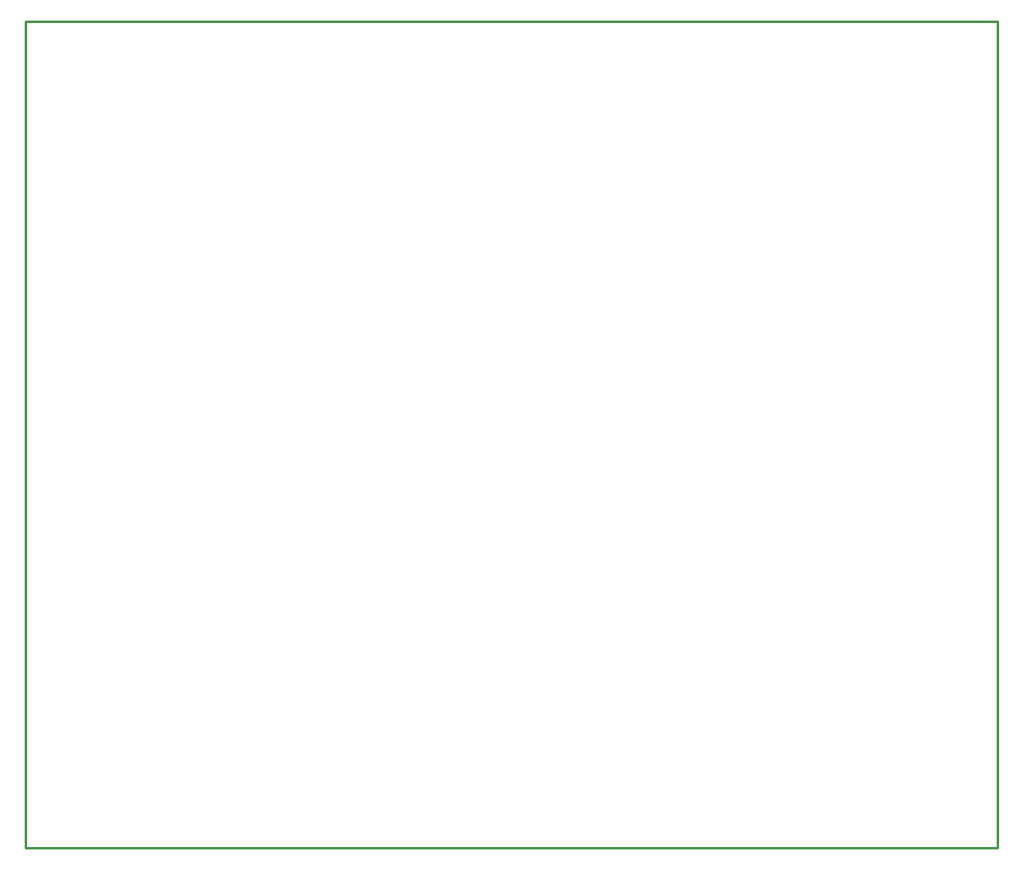
<source format=gko>
G04*
G04 #@! TF.GenerationSoftware,Altium Limited,Altium Designer,25.3.3 (18)*
G04*
G04 Layer_Color=16711935*
%FSLAX44Y44*%
%MOMM*%
G71*
G04*
G04 #@! TF.SameCoordinates,4C30E03C-539E-46F3-8DAC-70420B4CFD04*
G04*
G04*
G04 #@! TF.FilePolarity,Positive*
G04*
G01*
G75*
%ADD23C,0.2540*%
D23*
X0Y0D02*
Y850000D01*
X1000000Y0D02*
Y850000D01*
X0Y0D02*
X1000000D01*
X0Y850000D02*
X1000000D01*
M02*

</source>
